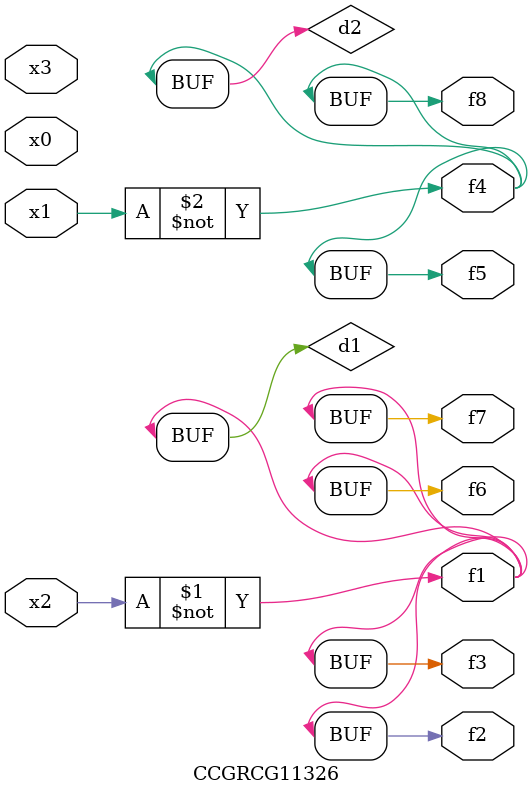
<source format=v>
module CCGRCG11326(
	input x0, x1, x2, x3,
	output f1, f2, f3, f4, f5, f6, f7, f8
);

	wire d1, d2;

	xnor (d1, x2);
	not (d2, x1);
	assign f1 = d1;
	assign f2 = d1;
	assign f3 = d1;
	assign f4 = d2;
	assign f5 = d2;
	assign f6 = d1;
	assign f7 = d1;
	assign f8 = d2;
endmodule

</source>
